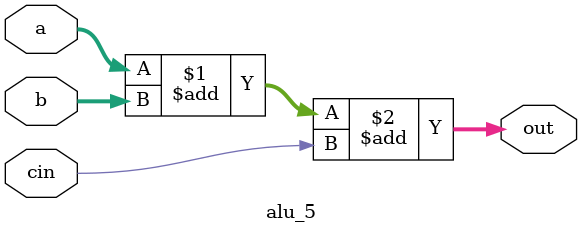
<source format=v>
module alu_5(a,b,cin,out);
	input [3:0] a;
	input [3:0] b;
	input cin;
	output [3:0] out;
	assign out = a + b + cin;
endmodule
</source>
